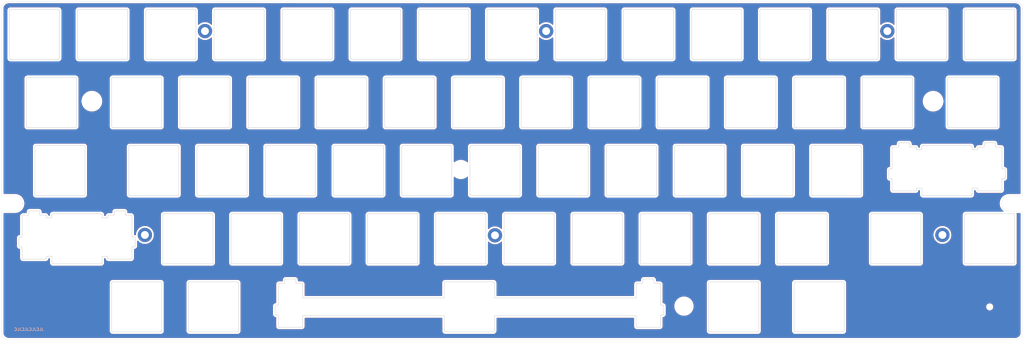
<source format=kicad_pcb>
(kicad_pcb (version 20171130) (host pcbnew "(5.1.9)-1")
  (title_block (title "YUIOP60Pi/Top plate") (date 2021-10-01) (rev 1) (company KaoriYa))
  (layers (0 F.Cu signal) (31 B.Cu signal) (34 B.Paste user) (35 F.Paste user) (36 B.SilkS user) (37 F.SilkS user) (38 B.Mask user) (39 F.Mask user) (44 Edge.Cuts user))
  (net 0 "")
  (module yuiop:TopPlate_Hole_1mm (layer F.Cu) (at 345.851 185.41)
    (fp_text reference Locks)
    (fp_text value "" hide)
    (pad "" np_thru_hole circle (at 0 0) (size 1 1) (drill 1) (layers *.Cu *.Mask))
  )
  (module yuiop:TopPlate_Stabilizer_2u (layer F.Cu) (at 91.0562 166.36)
    (fp_text reference KSW43 hide)
    (fp_text value "")
    (fp_arc (start 6.7 6.7) (end 6.7 7) (angle -90) (layer Edge.Cuts) (width 0.12))
    (fp_arc (start -6.7 6.7) (end -7 6.7) (angle -90) (layer Edge.Cuts) (width 0.12))
    (fp_arc (start -7.1 5) (end -7 5) (angle -90) (layer Edge.Cuts) (width 0.12))
    (fp_arc (start -8.4 5) (end -8.4 4.9) (angle -90) (layer Edge.Cuts) (width 0.12))
    (fp_arc (start -8.8 5.4) (end -8.8 5.7) (angle -90) (layer Edge.Cuts) (width 0.12))
    (fp_arc (start -15.05 5.4) (end -15.35 5.4) (angle -90) (layer Edge.Cuts) (width 0.12))
    (fp_arc (start -15.95 2) (end -16.25 2) (angle -90) (layer Edge.Cuts) (width 0.12))
    (fp_arc (start -15.45 2.4) (end -15.35 2.4) (angle -90) (layer Edge.Cuts) (width 0.12))
    (fp_arc (start -15.95 -0.2) (end -15.95 -0.5) (angle -90) (layer Edge.Cuts) (width 0.12))
    (fp_arc (start -15.45 -0.6) (end -15.45 -0.5) (angle -90) (layer Edge.Cuts) (width 0.12))
    (fp_arc (start -15.05 -6.3) (end -15.05 -6.6) (angle -90) (layer Edge.Cuts) (width 0.12))
    (fp_arc (start -13.6 -6.7) (end -13.6 -6.6) (angle -90) (layer Edge.Cuts) (width 0.12))
    (fp_arc (start -13.2 -7.5) (end -13.2 -7.8) (angle -90) (layer Edge.Cuts) (width 0.12))
    (fp_arc (start -10.7 -7.5) (end -10.4 -7.5) (angle -90) (layer Edge.Cuts) (width 0.12))
    (fp_arc (start -10.3 -6.7) (end -10.4 -6.7) (angle -90) (layer Edge.Cuts) (width 0.12))
    (fp_arc (start -8.8 -6.3) (end -8.5 -6.3) (angle -90) (layer Edge.Cuts) (width 0.12))
    (fp_arc (start -8.4 -5.95) (end -8.5 -5.95) (angle -90) (layer Edge.Cuts) (width 0.12))
    (fp_arc (start -7.15 -5.95) (end -7.15 -5.85) (angle -90) (layer Edge.Cuts) (width 0.12))
    (fp_arc (start -6.75 -6.7) (end -6.75 -7) (angle -90) (layer Edge.Cuts) (width 0.12))
    (fp_arc (start 6.7 -6.7) (end 7 -6.7) (angle -90) (layer Edge.Cuts) (width 0.12))
    (fp_arc (start 8.85 -6.3) (end 8.85 -6.6) (angle -90) (layer Edge.Cuts) (width 0.12))
    (fp_arc (start 7.1 -5.95) (end 7 -5.95) (angle -90) (layer Edge.Cuts) (width 0.12))
    (fp_arc (start 8.45 -5.95) (end 8.45 -5.85) (angle -90) (layer Edge.Cuts) (width 0.12))
    (fp_arc (start 10.3 -6.7) (end 10.3 -6.6) (angle -90) (layer Edge.Cuts) (width 0.12))
    (fp_arc (start 10.7 -7.5) (end 10.7 -7.8) (angle -90) (layer Edge.Cuts) (width 0.12))
    (fp_arc (start 13.2 -7.5) (end 13.5 -7.5) (angle -90) (layer Edge.Cuts) (width 0.12))
    (fp_arc (start 13.6 -6.7) (end 13.5 -6.7) (angle -90) (layer Edge.Cuts) (width 0.12))
    (fp_arc (start 15.05 -6.3) (end 15.35 -6.3) (angle -90) (layer Edge.Cuts) (width 0.12))
    (fp_arc (start 15.45 -0.6) (end 15.35 -0.6) (angle -90) (layer Edge.Cuts) (width 0.12))
    (fp_arc (start 15.95 -0.2) (end 16.25 -0.2) (angle -90) (layer Edge.Cuts) (width 0.12))
    (fp_arc (start 15.95 2) (end 15.95 2.3) (angle -90) (layer Edge.Cuts) (width 0.12))
    (fp_arc (start 15.45 2.4) (end 15.45 2.3) (angle -90) (layer Edge.Cuts) (width 0.12))
    (fp_arc (start 15.05 5.4) (end 15.05 5.7) (angle -90) (layer Edge.Cuts) (width 0.12))
    (fp_arc (start 8.8 5.4) (end 8.5 5.4) (angle -90) (layer Edge.Cuts) (width 0.12))
    (fp_arc (start 8.4 5) (end 8.5 5) (angle -90) (layer Edge.Cuts) (width 0.12))
    (fp_arc (start 7.1 5) (end 7.1 4.9) (angle -90) (layer Edge.Cuts) (width 0.12))
    (fp_line (start 7 5) (end 7 6.7) (layer Edge.Cuts) (width 0.12))
    (fp_line (start 8.4 4.9) (end 7.1 4.9) (layer Edge.Cuts) (width 0.12))
    (fp_line (start 8.5 5.4) (end 8.5 5) (layer Edge.Cuts) (width 0.12))
    (fp_line (start 15.05 5.7) (end 8.8 5.7) (layer Edge.Cuts) (width 0.12))
    (fp_line (start 15.35 2.4) (end 15.35 5.4) (layer Edge.Cuts) (width 0.12))
    (fp_line (start 15.95 2.3) (end 15.45 2.3) (layer Edge.Cuts) (width 0.12))
    (fp_line (start 16.25 -0.2) (end 16.25 2) (layer Edge.Cuts) (width 0.12))
    (fp_line (start 15.45 -0.5) (end 15.95 -0.5) (layer Edge.Cuts) (width 0.12))
    (fp_line (start 15.35 -6.3) (end 15.35 -0.6) (layer Edge.Cuts) (width 0.12))
    (fp_line (start 13.6 -6.6) (end 15.05 -6.6) (layer Edge.Cuts) (width 0.12))
    (fp_line (start 13.5 -7.5) (end 13.5 -6.7) (layer Edge.Cuts) (width 0.12))
    (fp_line (start 10.7 -7.8) (end 13.2 -7.8) (layer Edge.Cuts) (width 0.12))
    (fp_line (start 10.4 -6.7) (end 10.4 -7.5) (layer Edge.Cuts) (width 0.12))
    (fp_line (start 8.85 -6.6) (end 10.3 -6.6) (layer Edge.Cuts) (width 0.12))
    (fp_line (start 6.7 7) (end -6.7 7) (layer Edge.Cuts) (width 0.12))
    (fp_line (start -7 6.7) (end -7 5) (layer Edge.Cuts) (width 0.12))
    (fp_line (start -7.1 4.9) (end -8.4 4.9) (layer Edge.Cuts) (width 0.12))
    (fp_line (start -8.5 5) (end -8.5 5.4) (layer Edge.Cuts) (width 0.12))
    (fp_line (start -8.8 5.7) (end -15.05 5.7) (layer Edge.Cuts) (width 0.12))
    (fp_line (start -15.35 5.4) (end -15.35 2.4) (layer Edge.Cuts) (width 0.12))
    (fp_line (start -15.45 2.3) (end -15.95 2.3) (layer Edge.Cuts) (width 0.12))
    (fp_line (start -16.25 2) (end -16.25 -0.2) (layer Edge.Cuts) (width 0.12))
    (fp_line (start -15.95 -0.5) (end -15.45 -0.5) (layer Edge.Cuts) (width 0.12))
    (fp_line (start -15.35 -0.6) (end -15.35 -6.3) (layer Edge.Cuts) (width 0.12))
    (fp_line (start -15.05 -6.6) (end -13.6 -6.6) (layer Edge.Cuts) (width 0.12))
    (fp_line (start -13.5 -6.7) (end -13.5 -7.5) (layer Edge.Cuts) (width 0.12))
    (fp_line (start -13.2 -7.8) (end -10.7 -7.8) (layer Edge.Cuts) (width 0.12))
    (fp_line (start -10.4 -7.5) (end -10.4 -6.7) (layer Edge.Cuts) (width 0.12))
    (fp_line (start -10.3 -6.6) (end -8.8 -6.6) (layer Edge.Cuts) (width 0.12))
    (fp_line (start -8.5 -6.3) (end -8.5 -5.95) (layer Edge.Cuts) (width 0.12))
    (fp_line (start -8.4 -5.85) (end -7.15 -5.85) (layer Edge.Cuts) (width 0.12))
    (fp_line (start -7.05 -5.95) (end -7.05 -6.7) (layer Edge.Cuts) (width 0.12))
    (fp_line (start -6.75 -7) (end 6.7 -7) (layer Edge.Cuts) (width 0.12))
    (fp_line (start 7 -6.7) (end 7 -5.95) (layer Edge.Cuts) (width 0.12))
    (fp_line (start 7.1 -5.85) (end 8.45 -5.85) (layer Edge.Cuts) (width 0.12))
    (fp_line (start 8.55 -5.95) (end 8.55 -6.3) (layer Edge.Cuts) (width 0.12))
  )
  (module yuiop:TopPlate_Stabilizer_2u (layer F.Cu) (at 333.944 147.31)
    (fp_text reference KSW42 hide)
    (fp_text value "")
    (fp_arc (start 6.7 6.7) (end 6.7 7) (angle -90) (layer Edge.Cuts) (width 0.12))
    (fp_arc (start -6.7 6.7) (end -7 6.7) (angle -90) (layer Edge.Cuts) (width 0.12))
    (fp_arc (start -7.1 5) (end -7 5) (angle -90) (layer Edge.Cuts) (width 0.12))
    (fp_arc (start -8.4 5) (end -8.4 4.9) (angle -90) (layer Edge.Cuts) (width 0.12))
    (fp_arc (start -8.8 5.4) (end -8.8 5.7) (angle -90) (layer Edge.Cuts) (width 0.12))
    (fp_arc (start -15.05 5.4) (end -15.35 5.4) (angle -90) (layer Edge.Cuts) (width 0.12))
    (fp_arc (start -15.95 2) (end -16.25 2) (angle -90) (layer Edge.Cuts) (width 0.12))
    (fp_arc (start -15.45 2.4) (end -15.35 2.4) (angle -90) (layer Edge.Cuts) (width 0.12))
    (fp_arc (start -15.95 -0.2) (end -15.95 -0.5) (angle -90) (layer Edge.Cuts) (width 0.12))
    (fp_arc (start -15.45 -0.6) (end -15.45 -0.5) (angle -90) (layer Edge.Cuts) (width 0.12))
    (fp_arc (start -15.05 -6.3) (end -15.05 -6.6) (angle -90) (layer Edge.Cuts) (width 0.12))
    (fp_arc (start -13.6 -6.7) (end -13.6 -6.6) (angle -90) (layer Edge.Cuts) (width 0.12))
    (fp_arc (start -13.2 -7.5) (end -13.2 -7.8) (angle -90) (layer Edge.Cuts) (width 0.12))
    (fp_arc (start -10.7 -7.5) (end -10.4 -7.5) (angle -90) (layer Edge.Cuts) (width 0.12))
    (fp_arc (start -10.3 -6.7) (end -10.4 -6.7) (angle -90) (layer Edge.Cuts) (width 0.12))
    (fp_arc (start -8.8 -6.3) (end -8.5 -6.3) (angle -90) (layer Edge.Cuts) (width 0.12))
    (fp_arc (start -8.4 -5.95) (end -8.5 -5.95) (angle -90) (layer Edge.Cuts) (width 0.12))
    (fp_arc (start -7.15 -5.95) (end -7.15 -5.85) (angle -90) (layer Edge.Cuts) (width 0.12))
    (fp_arc (start -6.75 -6.7) (end -6.75 -7) (angle -90) (layer Edge.Cuts) (width 0.12))
    (fp_arc (start 6.7 -6.7) (end 7 -6.7) (angle -90) (layer Edge.Cuts) (width 0.12))
    (fp_arc (start 8.85 -6.3) (end 8.85 -6.6) (angle -90) (layer Edge.Cuts) (width 0.12))
    (fp_arc (start 7.1 -5.95) (end 7 -5.95) (angle -90) (layer Edge.Cuts) (width 0.12))
    (fp_arc (start 8.45 -5.95) (end 8.45 -5.85) (angle -90) (layer Edge.Cuts) (width 0.12))
    (fp_arc (start 10.3 -6.7) (end 10.3 -6.6) (angle -90) (layer Edge.Cuts) (width 0.12))
    (fp_arc (start 10.7 -7.5) (end 10.7 -7.8) (angle -90) (layer Edge.Cuts) (width 0.12))
    (fp_arc (start 13.2 -7.5) (end 13.5 -7.5) (angle -90) (layer Edge.Cuts) (width 0.12))
    (fp_arc (start 13.6 -6.7) (end 13.5 -6.7) (angle -90) (layer Edge.Cuts) (width 0.12))
    (fp_arc (start 15.05 -6.3) (end 15.35 -6.3) (angle -90) (layer Edge.Cuts) (width 0.12))
    (fp_arc (start 15.45 -0.6) (end 15.35 -0.6) (angle -90) (layer Edge.Cuts) (width 0.12))
    (fp_arc (start 15.95 -0.2) (end 16.25 -0.2) (angle -90) (layer Edge.Cuts) (width 0.12))
    (fp_arc (start 15.95 2) (end 15.95 2.3) (angle -90) (layer Edge.Cuts) (width 0.12))
    (fp_arc (start 15.45 2.4) (end 15.45 2.3) (angle -90) (layer Edge.Cuts) (width 0.12))
    (fp_arc (start 15.05 5.4) (end 15.05 5.7) (angle -90) (layer Edge.Cuts) (width 0.12))
    (fp_arc (start 8.8 5.4) (end 8.5 5.4) (angle -90) (layer Edge.Cuts) (width 0.12))
    (fp_arc (start 8.4 5) (end 8.5 5) (angle -90) (layer Edge.Cuts) (width 0.12))
    (fp_arc (start 7.1 5) (end 7.1 4.9) (angle -90) (layer Edge.Cuts) (width 0.12))
    (fp_line (start 7 5) (end 7 6.7) (layer Edge.Cuts) (width 0.12))
    (fp_line (start 8.4 4.9) (end 7.1 4.9) (layer Edge.Cuts) (width 0.12))
    (fp_line (start 8.5 5.4) (end 8.5 5) (layer Edge.Cuts) (width 0.12))
    (fp_line (start 15.05 5.7) (end 8.8 5.7) (layer Edge.Cuts) (width 0.12))
    (fp_line (start 15.35 2.4) (end 15.35 5.4) (layer Edge.Cuts) (width 0.12))
    (fp_line (start 15.95 2.3) (end 15.45 2.3) (layer Edge.Cuts) (width 0.12))
    (fp_line (start 16.25 -0.2) (end 16.25 2) (layer Edge.Cuts) (width 0.12))
    (fp_line (start 15.45 -0.5) (end 15.95 -0.5) (layer Edge.Cuts) (width 0.12))
    (fp_line (start 15.35 -6.3) (end 15.35 -0.6) (layer Edge.Cuts) (width 0.12))
    (fp_line (start 13.6 -6.6) (end 15.05 -6.6) (layer Edge.Cuts) (width 0.12))
    (fp_line (start 13.5 -7.5) (end 13.5 -6.7) (layer Edge.Cuts) (width 0.12))
    (fp_line (start 10.7 -7.8) (end 13.2 -7.8) (layer Edge.Cuts) (width 0.12))
    (fp_line (start 10.4 -6.7) (end 10.4 -7.5) (layer Edge.Cuts) (width 0.12))
    (fp_line (start 8.85 -6.6) (end 10.3 -6.6) (layer Edge.Cuts) (width 0.12))
    (fp_line (start 6.7 7) (end -6.7 7) (layer Edge.Cuts) (width 0.12))
    (fp_line (start -7 6.7) (end -7 5) (layer Edge.Cuts) (width 0.12))
    (fp_line (start -7.1 4.9) (end -8.4 4.9) (layer Edge.Cuts) (width 0.12))
    (fp_line (start -8.5 5) (end -8.5 5.4) (layer Edge.Cuts) (width 0.12))
    (fp_line (start -8.8 5.7) (end -15.05 5.7) (layer Edge.Cuts) (width 0.12))
    (fp_line (start -15.35 5.4) (end -15.35 2.4) (layer Edge.Cuts) (width 0.12))
    (fp_line (start -15.45 2.3) (end -15.95 2.3) (layer Edge.Cuts) (width 0.12))
    (fp_line (start -16.25 2) (end -16.25 -0.2) (layer Edge.Cuts) (width 0.12))
    (fp_line (start -15.95 -0.5) (end -15.45 -0.5) (layer Edge.Cuts) (width 0.12))
    (fp_line (start -15.35 -0.6) (end -15.35 -6.3) (layer Edge.Cuts) (width 0.12))
    (fp_line (start -15.05 -6.6) (end -13.6 -6.6) (layer Edge.Cuts) (width 0.12))
    (fp_line (start -13.5 -6.7) (end -13.5 -7.5) (layer Edge.Cuts) (width 0.12))
    (fp_line (start -13.2 -7.8) (end -10.7 -7.8) (layer Edge.Cuts) (width 0.12))
    (fp_line (start -10.4 -7.5) (end -10.4 -6.7) (layer Edge.Cuts) (width 0.12))
    (fp_line (start -10.3 -6.6) (end -8.8 -6.6) (layer Edge.Cuts) (width 0.12))
    (fp_line (start -8.5 -6.3) (end -8.5 -5.95) (layer Edge.Cuts) (width 0.12))
    (fp_line (start -8.4 -5.85) (end -7.15 -5.85) (layer Edge.Cuts) (width 0.12))
    (fp_line (start -7.05 -5.95) (end -7.05 -6.7) (layer Edge.Cuts) (width 0.12))
    (fp_line (start -6.75 -7) (end 6.7 -7) (layer Edge.Cuts) (width 0.12))
    (fp_line (start 7 -6.7) (end 7 -5.95) (layer Edge.Cuts) (width 0.12))
    (fp_line (start 7.1 -5.85) (end 8.45 -5.85) (layer Edge.Cuts) (width 0.12))
    (fp_line (start 8.55 -5.95) (end 8.55 -6.3) (layer Edge.Cuts) (width 0.12))
  )
  (module yuiop:TopPlate_Switch_1u (layer F.Cu) (at 79.15 109.21)
    (fp_text reference KSW1 hide)
    (fp_text value "" hide)
    (fp_arc (start 6.7 6.7) (end 6.7 7) (angle -90) (layer Edge.Cuts) (width 0.12))
    (fp_arc (start -6.7 6.7) (end -7 6.7) (angle -90) (layer Edge.Cuts) (width 0.12))
    (fp_arc (start -6.7 -6.7) (end -6.7 -7) (angle -90) (layer Edge.Cuts) (width 0.12))
    (fp_arc (start 6.7 -6.7) (end 7 -6.7) (angle -90) (layer Edge.Cuts) (width 0.12))
    (fp_line (start 6.7 -7) (end -6.7 -7) (layer Edge.Cuts) (width 0.12))
    (fp_line (start 7 6.7) (end 7 -6.7) (layer Edge.Cuts) (width 0.12))
    (fp_line (start -6.7 7) (end 6.7 7) (layer Edge.Cuts) (width 0.12))
    (fp_line (start -7 -6.7) (end -7 6.7) (layer Edge.Cuts) (width 0.12))
  )
  (module yuiop:TopPlate_Switch_1u (layer F.Cu) (at 98.2 109.21)
    (fp_text reference KSW2 hide)
    (fp_text value "" hide)
    (fp_arc (start 6.7 6.7) (end 6.7 7) (angle -90) (layer Edge.Cuts) (width 0.12))
    (fp_arc (start -6.7 6.7) (end -7 6.7) (angle -90) (layer Edge.Cuts) (width 0.12))
    (fp_arc (start -6.7 -6.7) (end -6.7 -7) (angle -90) (layer Edge.Cuts) (width 0.12))
    (fp_arc (start 6.7 -6.7) (end 7 -6.7) (angle -90) (layer Edge.Cuts) (width 0.12))
    (fp_line (start 6.7 -7) (end -6.7 -7) (layer Edge.Cuts) (width 0.12))
    (fp_line (start 7 6.7) (end 7 -6.7) (layer Edge.Cuts) (width 0.12))
    (fp_line (start -6.7 7) (end 6.7 7) (layer Edge.Cuts) (width 0.12))
    (fp_line (start -7 -6.7) (end -7 6.7) (layer Edge.Cuts) (width 0.12))
  )
  (module yuiop:TopPlate_Switch_1u (layer F.Cu) (at 117.25 109.21)
    (fp_text reference KSW3 hide)
    (fp_text value "" hide)
    (fp_arc (start 6.7 6.7) (end 6.7 7) (angle -90) (layer Edge.Cuts) (width 0.12))
    (fp_arc (start -6.7 6.7) (end -7 6.7) (angle -90) (layer Edge.Cuts) (width 0.12))
    (fp_arc (start -6.7 -6.7) (end -6.7 -7) (angle -90) (layer Edge.Cuts) (width 0.12))
    (fp_arc (start 6.7 -6.7) (end 7 -6.7) (angle -90) (layer Edge.Cuts) (width 0.12))
    (fp_line (start 6.7 -7) (end -6.7 -7) (layer Edge.Cuts) (width 0.12))
    (fp_line (start 7 6.7) (end 7 -6.7) (layer Edge.Cuts) (width 0.12))
    (fp_line (start -6.7 7) (end 6.7 7) (layer Edge.Cuts) (width 0.12))
    (fp_line (start -7 -6.7) (end -7 6.7) (layer Edge.Cuts) (width 0.12))
  )
  (module yuiop:TopPlate_Switch_1u (layer F.Cu) (at 136.3 109.21)
    (fp_text reference KSW4 hide)
    (fp_text value "" hide)
    (fp_arc (start 6.7 6.7) (end 6.7 7) (angle -90) (layer Edge.Cuts) (width 0.12))
    (fp_arc (start -6.7 6.7) (end -7 6.7) (angle -90) (layer Edge.Cuts) (width 0.12))
    (fp_arc (start -6.7 -6.7) (end -6.7 -7) (angle -90) (layer Edge.Cuts) (width 0.12))
    (fp_arc (start 6.7 -6.7) (end 7 -6.7) (angle -90) (layer Edge.Cuts) (width 0.12))
    (fp_line (start 6.7 -7) (end -6.7 -7) (layer Edge.Cuts) (width 0.12))
    (fp_line (start 7 6.7) (end 7 -6.7) (layer Edge.Cuts) (width 0.12))
    (fp_line (start -6.7 7) (end 6.7 7) (layer Edge.Cuts) (width 0.12))
    (fp_line (start -7 -6.7) (end -7 6.7) (layer Edge.Cuts) (width 0.12))
  )
  (module yuiop:TopPlate_Switch_1u (layer F.Cu) (at 155.35 109.21)
    (fp_text reference KSW5 hide)
    (fp_text value "" hide)
    (fp_arc (start 6.7 6.7) (end 6.7 7) (angle -90) (layer Edge.Cuts) (width 0.12))
    (fp_arc (start -6.7 6.7) (end -7 6.7) (angle -90) (layer Edge.Cuts) (width 0.12))
    (fp_arc (start -6.7 -6.7) (end -6.7 -7) (angle -90) (layer Edge.Cuts) (width 0.12))
    (fp_arc (start 6.7 -6.7) (end 7 -6.7) (angle -90) (layer Edge.Cuts) (width 0.12))
    (fp_line (start 6.7 -7) (end -6.7 -7) (layer Edge.Cuts) (width 0.12))
    (fp_line (start 7 6.7) (end 7 -6.7) (layer Edge.Cuts) (width 0.12))
    (fp_line (start -6.7 7) (end 6.7 7) (layer Edge.Cuts) (width 0.12))
    (fp_line (start -7 -6.7) (end -7 6.7) (layer Edge.Cuts) (width 0.12))
  )
  (module yuiop:TopPlate_Switch_1u (layer F.Cu) (at 174.4 109.21)
    (fp_text reference KSW6 hide)
    (fp_text value "" hide)
    (fp_arc (start 6.7 6.7) (end 6.7 7) (angle -90) (layer Edge.Cuts) (width 0.12))
    (fp_arc (start -6.7 6.7) (end -7 6.7) (angle -90) (layer Edge.Cuts) (width 0.12))
    (fp_arc (start -6.7 -6.7) (end -6.7 -7) (angle -90) (layer Edge.Cuts) (width 0.12))
    (fp_arc (start 6.7 -6.7) (end 7 -6.7) (angle -90) (layer Edge.Cuts) (width 0.12))
    (fp_line (start 6.7 -7) (end -6.7 -7) (layer Edge.Cuts) (width 0.12))
    (fp_line (start 7 6.7) (end 7 -6.7) (layer Edge.Cuts) (width 0.12))
    (fp_line (start -6.7 7) (end 6.7 7) (layer Edge.Cuts) (width 0.12))
    (fp_line (start -7 -6.7) (end -7 6.7) (layer Edge.Cuts) (width 0.12))
  )
  (module yuiop:TopPlate_Switch_1u (layer F.Cu) (at 193.45 109.21)
    (fp_text reference KSW7 hide)
    (fp_text value "" hide)
    (fp_arc (start 6.7 6.7) (end 6.7 7) (angle -90) (layer Edge.Cuts) (width 0.12))
    (fp_arc (start -6.7 6.7) (end -7 6.7) (angle -90) (layer Edge.Cuts) (width 0.12))
    (fp_arc (start -6.7 -6.7) (end -6.7 -7) (angle -90) (layer Edge.Cuts) (width 0.12))
    (fp_arc (start 6.7 -6.7) (end 7 -6.7) (angle -90) (layer Edge.Cuts) (width 0.12))
    (fp_line (start 6.7 -7) (end -6.7 -7) (layer Edge.Cuts) (width 0.12))
    (fp_line (start 7 6.7) (end 7 -6.7) (layer Edge.Cuts) (width 0.12))
    (fp_line (start -6.7 7) (end 6.7 7) (layer Edge.Cuts) (width 0.12))
    (fp_line (start -7 -6.7) (end -7 6.7) (layer Edge.Cuts) (width 0.12))
  )
  (module yuiop:TopPlate_Switch_1u (layer F.Cu) (at 212.5 109.21)
    (fp_text reference KSW8 hide)
    (fp_text value "" hide)
    (fp_arc (start 6.7 6.7) (end 6.7 7) (angle -90) (layer Edge.Cuts) (width 0.12))
    (fp_arc (start -6.7 6.7) (end -7 6.7) (angle -90) (layer Edge.Cuts) (width 0.12))
    (fp_arc (start -6.7 -6.7) (end -6.7 -7) (angle -90) (layer Edge.Cuts) (width 0.12))
    (fp_arc (start 6.7 -6.7) (end 7 -6.7) (angle -90) (layer Edge.Cuts) (width 0.12))
    (fp_line (start 6.7 -7) (end -6.7 -7) (layer Edge.Cuts) (width 0.12))
    (fp_line (start 7 6.7) (end 7 -6.7) (layer Edge.Cuts) (width 0.12))
    (fp_line (start -6.7 7) (end 6.7 7) (layer Edge.Cuts) (width 0.12))
    (fp_line (start -7 -6.7) (end -7 6.7) (layer Edge.Cuts) (width 0.12))
  )
  (module yuiop:TopPlate_Switch_1u (layer F.Cu) (at 231.55 109.21)
    (fp_text reference KSW9 hide)
    (fp_text value "" hide)
    (fp_arc (start 6.7 6.7) (end 6.7 7) (angle -90) (layer Edge.Cuts) (width 0.12))
    (fp_arc (start -6.7 6.7) (end -7 6.7) (angle -90) (layer Edge.Cuts) (width 0.12))
    (fp_arc (start -6.7 -6.7) (end -6.7 -7) (angle -90) (layer Edge.Cuts) (width 0.12))
    (fp_arc (start 6.7 -6.7) (end 7 -6.7) (angle -90) (layer Edge.Cuts) (width 0.12))
    (fp_line (start 6.7 -7) (end -6.7 -7) (layer Edge.Cuts) (width 0.12))
    (fp_line (start 7 6.7) (end 7 -6.7) (layer Edge.Cuts) (width 0.12))
    (fp_line (start -6.7 7) (end 6.7 7) (layer Edge.Cuts) (width 0.12))
    (fp_line (start -7 -6.7) (end -7 6.7) (layer Edge.Cuts) (width 0.12))
  )
  (module yuiop:TopPlate_Switch_1u (layer F.Cu) (at 250.6 109.21)
    (fp_text reference KSW10 hide)
    (fp_text value "" hide)
    (fp_arc (start 6.7 6.7) (end 6.7 7) (angle -90) (layer Edge.Cuts) (width 0.12))
    (fp_arc (start -6.7 6.7) (end -7 6.7) (angle -90) (layer Edge.Cuts) (width 0.12))
    (fp_arc (start -6.7 -6.7) (end -6.7 -7) (angle -90) (layer Edge.Cuts) (width 0.12))
    (fp_arc (start 6.7 -6.7) (end 7 -6.7) (angle -90) (layer Edge.Cuts) (width 0.12))
    (fp_line (start 6.7 -7) (end -6.7 -7) (layer Edge.Cuts) (width 0.12))
    (fp_line (start 7 6.7) (end 7 -6.7) (layer Edge.Cuts) (width 0.12))
    (fp_line (start -6.7 7) (end 6.7 7) (layer Edge.Cuts) (width 0.12))
    (fp_line (start -7 -6.7) (end -7 6.7) (layer Edge.Cuts) (width 0.12))
  )
  (module yuiop:TopPlate_Switch_1u (layer F.Cu) (at 269.65 109.21)
    (fp_text reference KSW11 hide)
    (fp_text value "" hide)
    (fp_arc (start 6.7 6.7) (end 6.7 7) (angle -90) (layer Edge.Cuts) (width 0.12))
    (fp_arc (start -6.7 6.7) (end -7 6.7) (angle -90) (layer Edge.Cuts) (width 0.12))
    (fp_arc (start -6.7 -6.7) (end -6.7 -7) (angle -90) (layer Edge.Cuts) (width 0.12))
    (fp_arc (start 6.7 -6.7) (end 7 -6.7) (angle -90) (layer Edge.Cuts) (width 0.12))
    (fp_line (start 6.7 -7) (end -6.7 -7) (layer Edge.Cuts) (width 0.12))
    (fp_line (start 7 6.7) (end 7 -6.7) (layer Edge.Cuts) (width 0.12))
    (fp_line (start -6.7 7) (end 6.7 7) (layer Edge.Cuts) (width 0.12))
    (fp_line (start -7 -6.7) (end -7 6.7) (layer Edge.Cuts) (width 0.12))
  )
  (module yuiop:TopPlate_Switch_1u (layer F.Cu) (at 288.7 109.21)
    (fp_text reference KSW12 hide)
    (fp_text value "" hide)
    (fp_arc (start 6.7 6.7) (end 6.7 7) (angle -90) (layer Edge.Cuts) (width 0.12))
    (fp_arc (start -6.7 6.7) (end -7 6.7) (angle -90) (layer Edge.Cuts) (width 0.12))
    (fp_arc (start -6.7 -6.7) (end -6.7 -7) (angle -90) (layer Edge.Cuts) (width 0.12))
    (fp_arc (start 6.7 -6.7) (end 7 -6.7) (angle -90) (layer Edge.Cuts) (width 0.12))
    (fp_line (start 6.7 -7) (end -6.7 -7) (layer Edge.Cuts) (width 0.12))
    (fp_line (start 7 6.7) (end 7 -6.7) (layer Edge.Cuts) (width 0.12))
    (fp_line (start -6.7 7) (end 6.7 7) (layer Edge.Cuts) (width 0.12))
    (fp_line (start -7 -6.7) (end -7 6.7) (layer Edge.Cuts) (width 0.12))
  )
  (module yuiop:TopPlate_Switch_1u (layer F.Cu) (at 307.75 109.21)
    (fp_text reference KSW13 hide)
    (fp_text value "" hide)
    (fp_arc (start 6.7 6.7) (end 6.7 7) (angle -90) (layer Edge.Cuts) (width 0.12))
    (fp_arc (start -6.7 6.7) (end -7 6.7) (angle -90) (layer Edge.Cuts) (width 0.12))
    (fp_arc (start -6.7 -6.7) (end -6.7 -7) (angle -90) (layer Edge.Cuts) (width 0.12))
    (fp_arc (start 6.7 -6.7) (end 7 -6.7) (angle -90) (layer Edge.Cuts) (width 0.12))
    (fp_line (start 6.7 -7) (end -6.7 -7) (layer Edge.Cuts) (width 0.12))
    (fp_line (start 7 6.7) (end 7 -6.7) (layer Edge.Cuts) (width 0.12))
    (fp_line (start -6.7 7) (end 6.7 7) (layer Edge.Cuts) (width 0.12))
    (fp_line (start -7 -6.7) (end -7 6.7) (layer Edge.Cuts) (width 0.12))
  )
  (module yuiop:TopPlate_Switch_1u (layer F.Cu) (at 345.85 109.21)
    (fp_text reference KSW15 hide)
    (fp_text value "" hide)
    (fp_arc (start 6.7 6.7) (end 6.7 7) (angle -90) (layer Edge.Cuts) (width 0.12))
    (fp_arc (start -6.7 6.7) (end -7 6.7) (angle -90) (layer Edge.Cuts) (width 0.12))
    (fp_arc (start -6.7 -6.7) (end -6.7 -7) (angle -90) (layer Edge.Cuts) (width 0.12))
    (fp_arc (start 6.7 -6.7) (end 7 -6.7) (angle -90) (layer Edge.Cuts) (width 0.12))
    (fp_line (start 6.7 -7) (end -6.7 -7) (layer Edge.Cuts) (width 0.12))
    (fp_line (start 7 6.7) (end 7 -6.7) (layer Edge.Cuts) (width 0.12))
    (fp_line (start -6.7 7) (end 6.7 7) (layer Edge.Cuts) (width 0.12))
    (fp_line (start -7 -6.7) (end -7 6.7) (layer Edge.Cuts) (width 0.12))
  )
  (module yuiop:TopPlate_Switch_1u (layer F.Cu) (at 83.9125 128.26)
    (fp_text reference KSW16 hide)
    (fp_text value "" hide)
    (fp_arc (start 6.7 6.7) (end 6.7 7) (angle -90) (layer Edge.Cuts) (width 0.12))
    (fp_arc (start -6.7 6.7) (end -7 6.7) (angle -90) (layer Edge.Cuts) (width 0.12))
    (fp_arc (start -6.7 -6.7) (end -6.7 -7) (angle -90) (layer Edge.Cuts) (width 0.12))
    (fp_arc (start 6.7 -6.7) (end 7 -6.7) (angle -90) (layer Edge.Cuts) (width 0.12))
    (fp_line (start 6.7 -7) (end -6.7 -7) (layer Edge.Cuts) (width 0.12))
    (fp_line (start 7 6.7) (end 7 -6.7) (layer Edge.Cuts) (width 0.12))
    (fp_line (start -6.7 7) (end 6.7 7) (layer Edge.Cuts) (width 0.12))
    (fp_line (start -7 -6.7) (end -7 6.7) (layer Edge.Cuts) (width 0.12))
  )
  (module yuiop:TopPlate_Switch_1u (layer F.Cu) (at 107.725 128.26)
    (fp_text reference KSW17 hide)
    (fp_text value "" hide)
    (fp_arc (start 6.7 6.7) (end 6.7 7) (angle -90) (layer Edge.Cuts) (width 0.12))
    (fp_arc (start -6.7 6.7) (end -7 6.7) (angle -90) (layer Edge.Cuts) (width 0.12))
    (fp_arc (start -6.7 -6.7) (end -6.7 -7) (angle -90) (layer Edge.Cuts) (width 0.12))
    (fp_arc (start 6.7 -6.7) (end 7 -6.7) (angle -90) (layer Edge.Cuts) (width 0.12))
    (fp_line (start 6.7 -7) (end -6.7 -7) (layer Edge.Cuts) (width 0.12))
    (fp_line (start 7 6.7) (end 7 -6.7) (layer Edge.Cuts) (width 0.12))
    (fp_line (start -6.7 7) (end 6.7 7) (layer Edge.Cuts) (width 0.12))
    (fp_line (start -7 -6.7) (end -7 6.7) (layer Edge.Cuts) (width 0.12))
  )
  (module yuiop:TopPlate_Switch_1u (layer F.Cu) (at 126.775 128.26)
    (fp_text reference KSW18 hide)
    (fp_text value "" hide)
    (fp_arc (start 6.7 6.7) (end 6.7 7) (angle -90) (layer Edge.Cuts) (width 0.12))
    (fp_arc (start -6.7 6.7) (end -7 6.7) (angle -90) (layer Edge.Cuts) (width 0.12))
    (fp_arc (start -6.7 -6.7) (end -6.7 -7) (angle -90) (layer Edge.Cuts) (width 0.12))
    (fp_arc (start 6.7 -6.7) (end 7 -6.7) (angle -90) (layer Edge.Cuts) (width 0.12))
    (fp_line (start 6.7 -7) (end -6.7 -7) (layer Edge.Cuts) (width 0.12))
    (fp_line (start 7 6.7) (end 7 -6.7) (layer Edge.Cuts) (width 0.12))
    (fp_line (start -6.7 7) (end 6.7 7) (layer Edge.Cuts) (width 0.12))
    (fp_line (start -7 -6.7) (end -7 6.7) (layer Edge.Cuts) (width 0.12))
  )
  (module yuiop:TopPlate_Switch_1u (layer F.Cu) (at 145.825 128.26)
    (fp_text reference KSW19 hide)
    (fp_text value "" hide)
    (fp_arc (start 6.7 6.7) (end 6.7 7) (angle -90) (layer Edge.Cuts) (width 0.12))
    (fp_arc (start -6.7 6.7) (end -7 6.7) (angle -90) (layer Edge.Cuts) (width 0.12))
    (fp_arc (start -6.7 -6.7) (end -6.7 -7) (angle -90) (layer Edge.Cuts) (width 0.12))
    (fp_arc (start 6.7 -6.7) (end 7 -6.7) (angle -90) (layer Edge.Cuts) (width 0.12))
    (fp_line (start 6.7 -7) (end -6.7 -7) (layer Edge.Cuts) (width 0.12))
    (fp_line (start 7 6.7) (end 7 -6.7) (layer Edge.Cuts) (width 0.12))
    (fp_line (start -6.7 7) (end 6.7 7) (layer Edge.Cuts) (width 0.12))
    (fp_line (start -7 -6.7) (end -7 6.7) (layer Edge.Cuts) (width 0.12))
  )
  (module yuiop:TopPlate_Switch_1u (layer F.Cu) (at 164.875 128.26)
    (fp_text reference KSW20 hide)
    (fp_text value "" hide)
    (fp_arc (start 6.7 6.7) (end 6.7 7) (angle -90) (layer Edge.Cuts) (width 0.12))
    (fp_arc (start -6.7 6.7) (end -7 6.7) (angle -90) (layer Edge.Cuts) (width 0.12))
    (fp_arc (start -6.7 -6.7) (end -6.7 -7) (angle -90) (layer Edge.Cuts) (width 0.12))
    (fp_arc (start 6.7 -6.7) (end 7 -6.7) (angle -90) (layer Edge.Cuts) (width 0.12))
    (fp_line (start 6.7 -7) (end -6.7 -7) (layer Edge.Cuts) (width 0.12))
    (fp_line (start 7 6.7) (end 7 -6.7) (layer Edge.Cuts) (width 0.12))
    (fp_line (start -6.7 7) (end 6.7 7) (layer Edge.Cuts) (width 0.12))
    (fp_line (start -7 -6.7) (end -7 6.7) (layer Edge.Cuts) (width 0.12))
  )
  (module yuiop:TopPlate_Switch_1u (layer F.Cu) (at 183.925 128.26)
    (fp_text reference KSW21 hide)
    (fp_text value "" hide)
    (fp_arc (start 6.7 6.7) (end 6.7 7) (angle -90) (layer Edge.Cuts) (width 0.12))
    (fp_arc (start -6.7 6.7) (end -7 6.7) (angle -90) (layer Edge.Cuts) (width 0.12))
    (fp_arc (start -6.7 -6.7) (end -6.7 -7) (angle -90) (layer Edge.Cuts) (width 0.12))
    (fp_arc (start 6.7 -6.7) (end 7 -6.7) (angle -90) (layer Edge.Cuts) (width 0.12))
    (fp_line (start 6.7 -7) (end -6.7 -7) (layer Edge.Cuts) (width 0.12))
    (fp_line (start 7 6.7) (end 7 -6.7) (layer Edge.Cuts) (width 0.12))
    (fp_line (start -6.7 7) (end 6.7 7) (layer Edge.Cuts) (width 0.12))
    (fp_line (start -7 -6.7) (end -7 6.7) (layer Edge.Cuts) (width 0.12))
  )
  (module yuiop:TopPlate_Switch_1u (layer F.Cu) (at 202.975 128.26)
    (fp_text reference KSW22 hide)
    (fp_text value "" hide)
    (fp_arc (start 6.7 6.7) (end 6.7 7) (angle -90) (layer Edge.Cuts) (width 0.12))
    (fp_arc (start -6.7 6.7) (end -7 6.7) (angle -90) (layer Edge.Cuts) (width 0.12))
    (fp_arc (start -6.7 -6.7) (end -6.7 -7) (angle -90) (layer Edge.Cuts) (width 0.12))
    (fp_arc (start 6.7 -6.7) (end 7 -6.7) (angle -90) (layer Edge.Cuts) (width 0.12))
    (fp_line (start 6.7 -7) (end -6.7 -7) (layer Edge.Cuts) (width 0.12))
    (fp_line (start 7 6.7) (end 7 -6.7) (layer Edge.Cuts) (width 0.12))
    (fp_line (start -6.7 7) (end 6.7 7) (layer Edge.Cuts) (width 0.12))
    (fp_line (start -7 -6.7) (end -7 6.7) (layer Edge.Cuts) (width 0.12))
  )
  (module yuiop:TopPlate_Switch_1u (layer F.Cu) (at 222.025 128.26)
    (fp_text reference KSW23 hide)
    (fp_text value "" hide)
    (fp_arc (start 6.7 6.7) (end 6.7 7) (angle -90) (layer Edge.Cuts) (width 0.12))
    (fp_arc (start -6.7 6.7) (end -7 6.7) (angle -90) (layer Edge.Cuts) (width 0.12))
    (fp_arc (start -6.7 -6.7) (end -6.7 -7) (angle -90) (layer Edge.Cuts) (width 0.12))
    (fp_arc (start 6.7 -6.7) (end 7 -6.7) (angle -90) (layer Edge.Cuts) (width 0.12))
    (fp_line (start 6.7 -7) (end -6.7 -7) (layer Edge.Cuts) (width 0.12))
    (fp_line (start 7 6.7) (end 7 -6.7) (layer Edge.Cuts) (width 0.12))
    (fp_line (start -6.7 7) (end 6.7 7) (layer Edge.Cuts) (width 0.12))
    (fp_line (start -7 -6.7) (end -7 6.7) (layer Edge.Cuts) (width 0.12))
  )
  (module yuiop:TopPlate_Switch_1u (layer F.Cu) (at 241.075 128.26)
    (fp_text reference KSW24 hide)
    (fp_text value "" hide)
    (fp_arc (start 6.7 6.7) (end 6.7 7) (angle -90) (layer Edge.Cuts) (width 0.12))
    (fp_arc (start -6.7 6.7) (end -7 6.7) (angle -90) (layer Edge.Cuts) (width 0.12))
    (fp_arc (start -6.7 -6.7) (end -6.7 -7) (angle -90) (layer Edge.Cuts) (width 0.12))
    (fp_arc (start 6.7 -6.7) (end 7 -6.7) (angle -90) (layer Edge.Cuts) (width 0.12))
    (fp_line (start 6.7 -7) (end -6.7 -7) (layer Edge.Cuts) (width 0.12))
    (fp_line (start 7 6.7) (end 7 -6.7) (layer Edge.Cuts) (width 0.12))
    (fp_line (start -6.7 7) (end 6.7 7) (layer Edge.Cuts) (width 0.12))
    (fp_line (start -7 -6.7) (end -7 6.7) (layer Edge.Cuts) (width 0.12))
  )
  (module yuiop:TopPlate_Switch_1u (layer F.Cu) (at 260.125 128.26)
    (fp_text reference KSW25 hide)
    (fp_text value "" hide)
    (fp_arc (start 6.7 6.7) (end 6.7 7) (angle -90) (layer Edge.Cuts) (width 0.12))
    (fp_arc (start -6.7 6.7) (end -7 6.7) (angle -90) (layer Edge.Cuts) (width 0.12))
    (fp_arc (start -6.7 -6.7) (end -6.7 -7) (angle -90) (layer Edge.Cuts) (width 0.12))
    (fp_arc (start 6.7 -6.7) (end 7 -6.7) (angle -90) (layer Edge.Cuts) (width 0.12))
    (fp_line (start 6.7 -7) (end -6.7 -7) (layer Edge.Cuts) (width 0.12))
    (fp_line (start 7 6.7) (end 7 -6.7) (layer Edge.Cuts) (width 0.12))
    (fp_line (start -6.7 7) (end 6.7 7) (layer Edge.Cuts) (width 0.12))
    (fp_line (start -7 -6.7) (end -7 6.7) (layer Edge.Cuts) (width 0.12))
  )
  (module yuiop:TopPlate_Switch_1u (layer F.Cu) (at 279.175 128.26)
    (fp_text reference KSW26 hide)
    (fp_text value "" hide)
    (fp_arc (start 6.7 6.7) (end 6.7 7) (angle -90) (layer Edge.Cuts) (width 0.12))
    (fp_arc (start -6.7 6.7) (end -7 6.7) (angle -90) (layer Edge.Cuts) (width 0.12))
    (fp_arc (start -6.7 -6.7) (end -6.7 -7) (angle -90) (layer Edge.Cuts) (width 0.12))
    (fp_arc (start 6.7 -6.7) (end 7 -6.7) (angle -90) (layer Edge.Cuts) (width 0.12))
    (fp_line (start 6.7 -7) (end -6.7 -7) (layer Edge.Cuts) (width 0.12))
    (fp_line (start 7 6.7) (end 7 -6.7) (layer Edge.Cuts) (width 0.12))
    (fp_line (start -6.7 7) (end 6.7 7) (layer Edge.Cuts) (width 0.12))
    (fp_line (start -7 -6.7) (end -7 6.7) (layer Edge.Cuts) (width 0.12))
  )
  (module yuiop:TopPlate_Switch_1u (layer F.Cu) (at 298.225 128.26)
    (fp_text reference KSW27 hide)
    (fp_text value "" hide)
    (fp_arc (start 6.7 6.7) (end 6.7 7) (angle -90) (layer Edge.Cuts) (width 0.12))
    (fp_arc (start -6.7 6.7) (end -7 6.7) (angle -90) (layer Edge.Cuts) (width 0.12))
    (fp_arc (start -6.7 -6.7) (end -6.7 -7) (angle -90) (layer Edge.Cuts) (width 0.12))
    (fp_arc (start 6.7 -6.7) (end 7 -6.7) (angle -90) (layer Edge.Cuts) (width 0.12))
    (fp_line (start 6.7 -7) (end -6.7 -7) (layer Edge.Cuts) (width 0.12))
    (fp_line (start 7 6.7) (end 7 -6.7) (layer Edge.Cuts) (width 0.12))
    (fp_line (start -6.7 7) (end 6.7 7) (layer Edge.Cuts) (width 0.12))
    (fp_line (start -7 -6.7) (end -7 6.7) (layer Edge.Cuts) (width 0.12))
  )
  (module yuiop:TopPlate_Switch_1u (layer F.Cu) (at 317.275 128.26)
    (fp_text reference KSW28 hide)
    (fp_text value "" hide)
    (fp_arc (start 6.7 6.7) (end 6.7 7) (angle -90) (layer Edge.Cuts) (width 0.12))
    (fp_arc (start -6.7 6.7) (end -7 6.7) (angle -90) (layer Edge.Cuts) (width 0.12))
    (fp_arc (start -6.7 -6.7) (end -6.7 -7) (angle -90) (layer Edge.Cuts) (width 0.12))
    (fp_arc (start 6.7 -6.7) (end 7 -6.7) (angle -90) (layer Edge.Cuts) (width 0.12))
    (fp_line (start 6.7 -7) (end -6.7 -7) (layer Edge.Cuts) (width 0.12))
    (fp_line (start 7 6.7) (end 7 -6.7) (layer Edge.Cuts) (width 0.12))
    (fp_line (start -6.7 7) (end 6.7 7) (layer Edge.Cuts) (width 0.12))
    (fp_line (start -7 -6.7) (end -7 6.7) (layer Edge.Cuts) (width 0.12))
  )
  (module yuiop:TopPlate_Switch_1u (layer F.Cu) (at 341.087 128.26)
    (fp_text reference KSW29 hide)
    (fp_text value "" hide)
    (fp_arc (start 6.7 6.7) (end 6.7 7) (angle -90) (layer Edge.Cuts) (width 0.12))
    (fp_arc (start -6.7 6.7) (end -7 6.7) (angle -90) (layer Edge.Cuts) (width 0.12))
    (fp_arc (start -6.7 -6.7) (end -6.7 -7) (angle -90) (layer Edge.Cuts) (width 0.12))
    (fp_arc (start 6.7 -6.7) (end 7 -6.7) (angle -90) (layer Edge.Cuts) (width 0.12))
    (fp_line (start 6.7 -7) (end -6.7 -7) (layer Edge.Cuts) (width 0.12))
    (fp_line (start 7 6.7) (end 7 -6.7) (layer Edge.Cuts) (width 0.12))
    (fp_line (start -6.7 7) (end 6.7 7) (layer Edge.Cuts) (width 0.12))
    (fp_line (start -7 -6.7) (end -7 6.7) (layer Edge.Cuts) (width 0.12))
  )
  (module yuiop:TopPlate_Switch_1u (layer F.Cu) (at 86.2938 147.31)
    (fp_text reference KSW30 hide)
    (fp_text value "" hide)
    (fp_arc (start 6.7 6.7) (end 6.7 7) (angle -90) (layer Edge.Cuts) (width 0.12))
    (fp_arc (start -6.7 6.7) (end -7 6.7) (angle -90) (layer Edge.Cuts) (width 0.12))
    (fp_arc (start -6.7 -6.7) (end -6.7 -7) (angle -90) (layer Edge.Cuts) (width 0.12))
    (fp_arc (start 6.7 -6.7) (end 7 -6.7) (angle -90) (layer Edge.Cuts) (width 0.12))
    (fp_line (start 6.7 -7) (end -6.7 -7) (layer Edge.Cuts) (width 0.12))
    (fp_line (start 7 6.7) (end 7 -6.7) (layer Edge.Cuts) (width 0.12))
    (fp_line (start -6.7 7) (end 6.7 7) (layer Edge.Cuts) (width 0.12))
    (fp_line (start -7 -6.7) (end -7 6.7) (layer Edge.Cuts) (width 0.12))
  )
  (module yuiop:TopPlate_Switch_1u (layer F.Cu) (at 112.487 147.31)
    (fp_text reference KSW31 hide)
    (fp_text value "" hide)
    (fp_arc (start 6.7 6.7) (end 6.7 7) (angle -90) (layer Edge.Cuts) (width 0.12))
    (fp_arc (start -6.7 6.7) (end -7 6.7) (angle -90) (layer Edge.Cuts) (width 0.12))
    (fp_arc (start -6.7 -6.7) (end -6.7 -7) (angle -90) (layer Edge.Cuts) (width 0.12))
    (fp_arc (start 6.7 -6.7) (end 7 -6.7) (angle -90) (layer Edge.Cuts) (width 0.12))
    (fp_line (start 6.7 -7) (end -6.7 -7) (layer Edge.Cuts) (width 0.12))
    (fp_line (start 7 6.7) (end 7 -6.7) (layer Edge.Cuts) (width 0.12))
    (fp_line (start -6.7 7) (end 6.7 7) (layer Edge.Cuts) (width 0.12))
    (fp_line (start -7 -6.7) (end -7 6.7) (layer Edge.Cuts) (width 0.12))
  )
  (module yuiop:TopPlate_Switch_1u (layer F.Cu) (at 131.537 147.31)
    (fp_text reference KSW32 hide)
    (fp_text value "" hide)
    (fp_arc (start 6.7 6.7) (end 6.7 7) (angle -90) (layer Edge.Cuts) (width 0.12))
    (fp_arc (start -6.7 6.7) (end -7 6.7) (angle -90) (layer Edge.Cuts) (width 0.12))
    (fp_arc (start -6.7 -6.7) (end -6.7 -7) (angle -90) (layer Edge.Cuts) (width 0.12))
    (fp_arc (start 6.7 -6.7) (end 7 -6.7) (angle -90) (layer Edge.Cuts) (width 0.12))
    (fp_line (start 6.7 -7) (end -6.7 -7) (layer Edge.Cuts) (width 0.12))
    (fp_line (start 7 6.7) (end 7 -6.7) (layer Edge.Cuts) (width 0.12))
    (fp_line (start -6.7 7) (end 6.7 7) (layer Edge.Cuts) (width 0.12))
    (fp_line (start -7 -6.7) (end -7 6.7) (layer Edge.Cuts) (width 0.12))
  )
  (module yuiop:TopPlate_Switch_1u (layer F.Cu) (at 150.587 147.31)
    (fp_text reference KSW33 hide)
    (fp_text value "" hide)
    (fp_arc (start 6.7 6.7) (end 6.7 7) (angle -90) (layer Edge.Cuts) (width 0.12))
    (fp_arc (start -6.7 6.7) (end -7 6.7) (angle -90) (layer Edge.Cuts) (width 0.12))
    (fp_arc (start -6.7 -6.7) (end -6.7 -7) (angle -90) (layer Edge.Cuts) (width 0.12))
    (fp_arc (start 6.7 -6.7) (end 7 -6.7) (angle -90) (layer Edge.Cuts) (width 0.12))
    (fp_line (start 6.7 -7) (end -6.7 -7) (layer Edge.Cuts) (width 0.12))
    (fp_line (start 7 6.7) (end 7 -6.7) (layer Edge.Cuts) (width 0.12))
    (fp_line (start -6.7 7) (end 6.7 7) (layer Edge.Cuts) (width 0.12))
    (fp_line (start -7 -6.7) (end -7 6.7) (layer Edge.Cuts) (width 0.12))
  )
  (module yuiop:TopPlate_Switch_1u (layer F.Cu) (at 169.637 147.31)
    (fp_text reference KSW34 hide)
    (fp_text value "" hide)
    (fp_arc (start 6.7 6.7) (end 6.7 7) (angle -90) (layer Edge.Cuts) (width 0.12))
    (fp_arc (start -6.7 6.7) (end -7 6.7) (angle -90) (layer Edge.Cuts) (width 0.12))
    (fp_arc (start -6.7 -6.7) (end -6.7 -7) (angle -90) (layer Edge.Cuts) (width 0.12))
    (fp_arc (start 6.7 -6.7) (end 7 -6.7) (angle -90) (layer Edge.Cuts) (width 0.12))
    (fp_line (start 6.7 -7) (end -6.7 -7) (layer Edge.Cuts) (width 0.12))
    (fp_line (start 7 6.7) (end 7 -6.7) (layer Edge.Cuts) (width 0.12))
    (fp_line (start -6.7 7) (end 6.7 7) (layer Edge.Cuts) (width 0.12))
    (fp_line (start -7 -6.7) (end -7 6.7) (layer Edge.Cuts) (width 0.12))
  )
  (module yuiop:TopPlate_Switch_1u (layer F.Cu) (at 188.687 147.31)
    (fp_text reference KSW35 hide)
    (fp_text value "" hide)
    (fp_arc (start 6.7 6.7) (end 6.7 7) (angle -90) (layer Edge.Cuts) (width 0.12))
    (fp_arc (start -6.7 6.7) (end -7 6.7) (angle -90) (layer Edge.Cuts) (width 0.12))
    (fp_arc (start -6.7 -6.7) (end -6.7 -7) (angle -90) (layer Edge.Cuts) (width 0.12))
    (fp_arc (start 6.7 -6.7) (end 7 -6.7) (angle -90) (layer Edge.Cuts) (width 0.12))
    (fp_line (start 6.7 -7) (end -6.7 -7) (layer Edge.Cuts) (width 0.12))
    (fp_line (start 7 6.7) (end 7 -6.7) (layer Edge.Cuts) (width 0.12))
    (fp_line (start -6.7 7) (end 6.7 7) (layer Edge.Cuts) (width 0.12))
    (fp_line (start -7 -6.7) (end -7 6.7) (layer Edge.Cuts) (width 0.12))
  )
  (module yuiop:TopPlate_Switch_1u (layer F.Cu) (at 207.737 147.31)
    (fp_text reference KSW36 hide)
    (fp_text value "" hide)
    (fp_arc (start 6.7 6.7) (end 6.7 7) (angle -90) (layer Edge.Cuts) (width 0.12))
    (fp_arc (start -6.7 6.7) (end -7 6.7) (angle -90) (layer Edge.Cuts) (width 0.12))
    (fp_arc (start -6.7 -6.7) (end -6.7 -7) (angle -90) (layer Edge.Cuts) (width 0.12))
    (fp_arc (start 6.7 -6.7) (end 7 -6.7) (angle -90) (layer Edge.Cuts) (width 0.12))
    (fp_line (start 6.7 -7) (end -6.7 -7) (layer Edge.Cuts) (width 0.12))
    (fp_line (start 7 6.7) (end 7 -6.7) (layer Edge.Cuts) (width 0.12))
    (fp_line (start -6.7 7) (end 6.7 7) (layer Edge.Cuts) (width 0.12))
    (fp_line (start -7 -6.7) (end -7 6.7) (layer Edge.Cuts) (width 0.12))
  )
  (module yuiop:TopPlate_Switch_1u (layer F.Cu) (at 226.787 147.31)
    (fp_text reference KSW37 hide)
    (fp_text value "" hide)
    (fp_arc (start 6.7 6.7) (end 6.7 7) (angle -90) (layer Edge.Cuts) (width 0.12))
    (fp_arc (start -6.7 6.7) (end -7 6.7) (angle -90) (layer Edge.Cuts) (width 0.12))
    (fp_arc (start -6.7 -6.7) (end -6.7 -7) (angle -90) (layer Edge.Cuts) (width 0.12))
    (fp_arc (start 6.7 -6.7) (end 7 -6.7) (angle -90) (layer Edge.Cuts) (width 0.12))
    (fp_line (start 6.7 -7) (end -6.7 -7) (layer Edge.Cuts) (width 0.12))
    (fp_line (start 7 6.7) (end 7 -6.7) (layer Edge.Cuts) (width 0.12))
    (fp_line (start -6.7 7) (end 6.7 7) (layer Edge.Cuts) (width 0.12))
    (fp_line (start -7 -6.7) (end -7 6.7) (layer Edge.Cuts) (width 0.12))
  )
  (module yuiop:TopPlate_Switch_1u (layer F.Cu) (at 245.837 147.31)
    (fp_text reference KSW38 hide)
    (fp_text value "" hide)
    (fp_arc (start 6.7 6.7) (end 6.7 7) (angle -90) (layer Edge.Cuts) (width 0.12))
    (fp_arc (start -6.7 6.7) (end -7 6.7) (angle -90) (layer Edge.Cuts) (width 0.12))
    (fp_arc (start -6.7 -6.7) (end -6.7 -7) (angle -90) (layer Edge.Cuts) (width 0.12))
    (fp_arc (start 6.7 -6.7) (end 7 -6.7) (angle -90) (layer Edge.Cuts) (width 0.12))
    (fp_line (start 6.7 -7) (end -6.7 -7) (layer Edge.Cuts) (width 0.12))
    (fp_line (start 7 6.7) (end 7 -6.7) (layer Edge.Cuts) (width 0.12))
    (fp_line (start -6.7 7) (end 6.7 7) (layer Edge.Cuts) (width 0.12))
    (fp_line (start -7 -6.7) (end -7 6.7) (layer Edge.Cuts) (width 0.12))
  )
  (module yuiop:TopPlate_Switch_1u (layer F.Cu) (at 264.887 147.31)
    (fp_text reference KSW39 hide)
    (fp_text value "" hide)
    (fp_arc (start 6.7 6.7) (end 6.7 7) (angle -90) (layer Edge.Cuts) (width 0.12))
    (fp_arc (start -6.7 6.7) (end -7 6.7) (angle -90) (layer Edge.Cuts) (width 0.12))
    (fp_arc (start -6.7 -6.7) (end -6.7 -7) (angle -90) (layer Edge.Cuts) (width 0.12))
    (fp_arc (start 6.7 -6.7) (end 7 -6.7) (angle -90) (layer Edge.Cuts) (width 0.12))
    (fp_line (start 6.7 -7) (end -6.7 -7) (layer Edge.Cuts) (width 0.12))
    (fp_line (start 7 6.7) (end 7 -6.7) (layer Edge.Cuts) (width 0.12))
    (fp_line (start -6.7 7) (end 6.7 7) (layer Edge.Cuts) (width 0.12))
    (fp_line (start -7 -6.7) (end -7 6.7) (layer Edge.Cuts) (width 0.12))
  )
  (module yuiop:TopPlate_Switch_1u (layer F.Cu) (at 283.937 147.31)
    (fp_text reference KSW40 hide)
    (fp_text value "" hide)
    (fp_arc (start 6.7 6.7) (end 6.7 7) (angle -90) (layer Edge.Cuts) (width 0.12))
    (fp_arc (start -6.7 6.7) (end -7 6.7) (angle -90) (layer Edge.Cuts) (width 0.12))
    (fp_arc (start -6.7 -6.7) (end -6.7 -7) (angle -90) (layer Edge.Cuts) (width 0.12))
    (fp_arc (start 6.7 -6.7) (end 7 -6.7) (angle -90) (layer Edge.Cuts) (width 0.12))
    (fp_line (start 6.7 -7) (end -6.7 -7) (layer Edge.Cuts) (width 0.12))
    (fp_line (start 7 6.7) (end 7 -6.7) (layer Edge.Cuts) (width 0.12))
    (fp_line (start -6.7 7) (end 6.7 7) (layer Edge.Cuts) (width 0.12))
    (fp_line (start -7 -6.7) (end -7 6.7) (layer Edge.Cuts) (width 0.12))
  )
  (module yuiop:TopPlate_Switch_1u (layer F.Cu) (at 302.987 147.31)
    (fp_text reference KSW41 hide)
    (fp_text value "" hide)
    (fp_arc (start 6.7 6.7) (end 6.7 7) (angle -90) (layer Edge.Cuts) (width 0.12))
    (fp_arc (start -6.7 6.7) (end -7 6.7) (angle -90) (layer Edge.Cuts) (width 0.12))
    (fp_arc (start -6.7 -6.7) (end -6.7 -7) (angle -90) (layer Edge.Cuts) (width 0.12))
    (fp_arc (start 6.7 -6.7) (end 7 -6.7) (angle -90) (layer Edge.Cuts) (width 0.12))
    (fp_line (start 6.7 -7) (end -6.7 -7) (layer Edge.Cuts) (width 0.12))
    (fp_line (start 7 6.7) (end 7 -6.7) (layer Edge.Cuts) (width 0.12))
    (fp_line (start -6.7 7) (end 6.7 7) (layer Edge.Cuts) (width 0.12))
    (fp_line (start -7 -6.7) (end -7 6.7) (layer Edge.Cuts) (width 0.12))
  )
  (module yuiop:TopPlate_Switch_1u (layer F.Cu) (at 122.013 166.36)
    (fp_text reference KSW44 hide)
    (fp_text value "" hide)
    (fp_arc (start 6.7 6.7) (end 6.7 7) (angle -90) (layer Edge.Cuts) (width 0.12))
    (fp_arc (start -6.7 6.7) (end -7 6.7) (angle -90) (layer Edge.Cuts) (width 0.12))
    (fp_arc (start -6.7 -6.7) (end -6.7 -7) (angle -90) (layer Edge.Cuts) (width 0.12))
    (fp_arc (start 6.7 -6.7) (end 7 -6.7) (angle -90) (layer Edge.Cuts) (width 0.12))
    (fp_line (start 6.7 -7) (end -6.7 -7) (layer Edge.Cuts) (width 0.12))
    (fp_line (start 7 6.7) (end 7 -6.7) (layer Edge.Cuts) (width 0.12))
    (fp_line (start -6.7 7) (end 6.7 7) (layer Edge.Cuts) (width 0.12))
    (fp_line (start -7 -6.7) (end -7 6.7) (layer Edge.Cuts) (width 0.12))
  )
  (module yuiop:TopPlate_Switch_1u (layer F.Cu) (at 141.063 166.36)
    (fp_text reference KSW45 hide)
    (fp_text value "" hide)
    (fp_arc (start 6.7 6.7) (end 6.7 7) (angle -90) (layer Edge.Cuts) (width 0.12))
    (fp_arc (start -6.7 6.7) (end -7 6.7) (angle -90) (layer Edge.Cuts) (width 0.12))
    (fp_arc (start -6.7 -6.7) (end -6.7 -7) (angle -90) (layer Edge.Cuts) (width 0.12))
    (fp_arc (start 6.7 -6.7) (end 7 -6.7) (angle -90) (layer Edge.Cuts) (width 0.12))
    (fp_line (start 6.7 -7) (end -6.7 -7) (layer Edge.Cuts) (width 0.12))
    (fp_line (start 7 6.7) (end 7 -6.7) (layer Edge.Cuts) (width 0.12))
    (fp_line (start -6.7 7) (end 6.7 7) (layer Edge.Cuts) (width 0.12))
    (fp_line (start -7 -6.7) (end -7 6.7) (layer Edge.Cuts) (width 0.12))
  )
  (module yuiop:TopPlate_Switch_1u (layer F.Cu) (at 160.113 166.36)
    (fp_text reference KSW46 hide)
    (fp_text value "" hide)
    (fp_arc (start 6.7 6.7) (end 6.7 7) (angle -90) (layer Edge.Cuts) (width 0.12))
    (fp_arc (start -6.7 6.7) (end -7 6.7) (angle -90) (layer Edge.Cuts) (width 0.12))
    (fp_arc (start -6.7 -6.7) (end -6.7 -7) (angle -90) (layer Edge.Cuts) (width 0.12))
    (fp_arc (start 6.7 -6.7) (end 7 -6.7) (angle -90) (layer Edge.Cuts) (width 0.12))
    (fp_line (start 6.7 -7) (end -6.7 -7) (layer Edge.Cuts) (width 0.12))
    (fp_line (start 7 6.7) (end 7 -6.7) (layer Edge.Cuts) (width 0.12))
    (fp_line (start -6.7 7) (end 6.7 7) (layer Edge.Cuts) (width 0.12))
    (fp_line (start -7 -6.7) (end -7 6.7) (layer Edge.Cuts) (width 0.12))
  )
  (module yuiop:TopPlate_Switch_1u (layer F.Cu) (at 179.163 166.36)
    (fp_text reference KSW47 hide)
    (fp_text value "" hide)
    (fp_arc (start 6.7 6.7) (end 6.7 7) (angle -90) (layer Edge.Cuts) (width 0.12))
    (fp_arc (start -6.7 6.7) (end -7 6.7) (angle -90) (layer Edge.Cuts) (width 0.12))
    (fp_arc (start -6.7 -6.7) (end -6.7 -7) (angle -90) (layer Edge.Cuts) (width 0.12))
    (fp_arc (start 6.7 -6.7) (end 7 -6.7) (angle -90) (layer Edge.Cuts) (width 0.12))
    (fp_line (start 6.7 -7) (end -6.7 -7) (layer Edge.Cuts) (width 0.12))
    (fp_line (start 7 6.7) (end 7 -6.7) (layer Edge.Cuts) (width 0.12))
    (fp_line (start -6.7 7) (end 6.7 7) (layer Edge.Cuts) (width 0.12))
    (fp_line (start -7 -6.7) (end -7 6.7) (layer Edge.Cuts) (width 0.12))
  )
  (module yuiop:TopPlate_Switch_1u (layer F.Cu) (at 198.213 166.36)
    (fp_text reference KSW48 hide)
    (fp_text value "" hide)
    (fp_arc (start 6.7 6.7) (end 6.7 7) (angle -90) (layer Edge.Cuts) (width 0.12))
    (fp_arc (start -6.7 6.7) (end -7 6.7) (angle -90) (layer Edge.Cuts) (width 0.12))
    (fp_arc (start -6.7 -6.7) (end -6.7 -7) (angle -90) (layer Edge.Cuts) (width 0.12))
    (fp_arc (start 6.7 -6.7) (end 7 -6.7) (angle -90) (layer Edge.Cuts) (width 0.12))
    (fp_line (start 6.7 -7) (end -6.7 -7) (layer Edge.Cuts) (width 0.12))
    (fp_line (start 7 6.7) (end 7 -6.7) (layer Edge.Cuts) (width 0.12))
    (fp_line (start -6.7 7) (end 6.7 7) (layer Edge.Cuts) (width 0.12))
    (fp_line (start -7 -6.7) (end -7 6.7) (layer Edge.Cuts) (width 0.12))
  )
  (module yuiop:TopPlate_Switch_1u (layer F.Cu) (at 217.263 166.36)
    (fp_text reference KSW49 hide)
    (fp_text value "" hide)
    (fp_arc (start 6.7 6.7) (end 6.7 7) (angle -90) (layer Edge.Cuts) (width 0.12))
    (fp_arc (start -6.7 6.7) (end -7 6.7) (angle -90) (layer Edge.Cuts) (width 0.12))
    (fp_arc (start -6.7 -6.7) (end -6.7 -7) (angle -90) (layer Edge.Cuts) (width 0.12))
    (fp_arc (start 6.7 -6.7) (end 7 -6.7) (angle -90) (layer Edge.Cuts) (width 0.12))
    (fp_line (start 6.7 -7) (end -6.7 -7) (layer Edge.Cuts) (width 0.12))
    (fp_line (start 7 6.7) (end 7 -6.7) (layer Edge.Cuts) (width 0.12))
    (fp_line (start -6.7 7) (end 6.7 7) (layer Edge.Cuts) (width 0.12))
    (fp_line (start -7 -6.7) (end -7 6.7) (layer Edge.Cuts) (width 0.12))
  )
  (module yuiop:TopPlate_Switch_1u (layer F.Cu) (at 236.313 166.36)
    (fp_text reference KSW50 hide)
    (fp_text value "" hide)
    (fp_arc (start 6.7 6.7) (end 6.7 7) (angle -90) (layer Edge.Cuts) (width 0.12))
    (fp_arc (start -6.7 6.7) (end -7 6.7) (angle -90) (layer Edge.Cuts) (width 0.12))
    (fp_arc (start -6.7 -6.7) (end -6.7 -7) (angle -90) (layer Edge.Cuts) (width 0.12))
    (fp_arc (start 6.7 -6.7) (end 7 -6.7) (angle -90) (layer Edge.Cuts) (width 0.12))
    (fp_line (start 6.7 -7) (end -6.7 -7) (layer Edge.Cuts) (width 0.12))
    (fp_line (start 7 6.7) (end 7 -6.7) (layer Edge.Cuts) (width 0.12))
    (fp_line (start -6.7 7) (end 6.7 7) (layer Edge.Cuts) (width 0.12))
    (fp_line (start -7 -6.7) (end -7 6.7) (layer Edge.Cuts) (width 0.12))
  )
  (module yuiop:TopPlate_Switch_1u (layer F.Cu) (at 255.363 166.36)
    (fp_text reference KSW51 hide)
    (fp_text value "" hide)
    (fp_arc (start 6.7 6.7) (end 6.7 7) (angle -90) (layer Edge.Cuts) (width 0.12))
    (fp_arc (start -6.7 6.7) (end -7 6.7) (angle -90) (layer Edge.Cuts) (width 0.12))
    (fp_arc (start -6.7 -6.7) (end -6.7 -7) (angle -90) (layer Edge.Cuts) (width 0.12))
    (fp_arc (start 6.7 -6.7) (end 7 -6.7) (angle -90) (layer Edge.Cuts) (width 0.12))
    (fp_line (start 6.7 -7) (end -6.7 -7) (layer Edge.Cuts) (width 0.12))
    (fp_line (start 7 6.7) (end 7 -6.7) (layer Edge.Cuts) (width 0.12))
    (fp_line (start -6.7 7) (end 6.7 7) (layer Edge.Cuts) (width 0.12))
    (fp_line (start -7 -6.7) (end -7 6.7) (layer Edge.Cuts) (width 0.12))
  )
  (module yuiop:TopPlate_Switch_1u (layer F.Cu) (at 274.413 166.36)
    (fp_text reference KSW52 hide)
    (fp_text value "" hide)
    (fp_arc (start 6.7 6.7) (end 6.7 7) (angle -90) (layer Edge.Cuts) (width 0.12))
    (fp_arc (start -6.7 6.7) (end -7 6.7) (angle -90) (layer Edge.Cuts) (width 0.12))
    (fp_arc (start -6.7 -6.7) (end -6.7 -7) (angle -90) (layer Edge.Cuts) (width 0.12))
    (fp_arc (start 6.7 -6.7) (end 7 -6.7) (angle -90) (layer Edge.Cuts) (width 0.12))
    (fp_line (start 6.7 -7) (end -6.7 -7) (layer Edge.Cuts) (width 0.12))
    (fp_line (start 7 6.7) (end 7 -6.7) (layer Edge.Cuts) (width 0.12))
    (fp_line (start -6.7 7) (end 6.7 7) (layer Edge.Cuts) (width 0.12))
    (fp_line (start -7 -6.7) (end -7 6.7) (layer Edge.Cuts) (width 0.12))
  )
  (module yuiop:TopPlate_Switch_1u (layer F.Cu) (at 293.463 166.36)
    (fp_text reference KSW53 hide)
    (fp_text value "" hide)
    (fp_arc (start 6.7 6.7) (end 6.7 7) (angle -90) (layer Edge.Cuts) (width 0.12))
    (fp_arc (start -6.7 6.7) (end -7 6.7) (angle -90) (layer Edge.Cuts) (width 0.12))
    (fp_arc (start -6.7 -6.7) (end -6.7 -7) (angle -90) (layer Edge.Cuts) (width 0.12))
    (fp_arc (start 6.7 -6.7) (end 7 -6.7) (angle -90) (layer Edge.Cuts) (width 0.12))
    (fp_line (start 6.7 -7) (end -6.7 -7) (layer Edge.Cuts) (width 0.12))
    (fp_line (start 7 6.7) (end 7 -6.7) (layer Edge.Cuts) (width 0.12))
    (fp_line (start -6.7 7) (end 6.7 7) (layer Edge.Cuts) (width 0.12))
    (fp_line (start -7 -6.7) (end -7 6.7) (layer Edge.Cuts) (width 0.12))
  )
  (module yuiop:TopPlate_Switch_1u (layer F.Cu) (at 319.656 166.36)
    (fp_text reference KSW54 hide)
    (fp_text value "" hide)
    (fp_arc (start 6.7 6.7) (end 6.7 7) (angle -90) (layer Edge.Cuts) (width 0.12))
    (fp_arc (start -6.7 6.7) (end -7 6.7) (angle -90) (layer Edge.Cuts) (width 0.12))
    (fp_arc (start -6.7 -6.7) (end -6.7 -7) (angle -90) (layer Edge.Cuts) (width 0.12))
    (fp_arc (start 6.7 -6.7) (end 7 -6.7) (angle -90) (layer Edge.Cuts) (width 0.12))
    (fp_line (start 6.7 -7) (end -6.7 -7) (layer Edge.Cuts) (width 0.12))
    (fp_line (start 7 6.7) (end 7 -6.7) (layer Edge.Cuts) (width 0.12))
    (fp_line (start -6.7 7) (end 6.7 7) (layer Edge.Cuts) (width 0.12))
    (fp_line (start -7 -6.7) (end -7 6.7) (layer Edge.Cuts) (width 0.12))
  )
  (module yuiop:TopPlate_Switch_1u (layer F.Cu) (at 345.85 166.36)
    (fp_text reference KSW55 hide)
    (fp_text value "" hide)
    (fp_arc (start 6.7 6.7) (end 6.7 7) (angle -90) (layer Edge.Cuts) (width 0.12))
    (fp_arc (start -6.7 6.7) (end -7 6.7) (angle -90) (layer Edge.Cuts) (width 0.12))
    (fp_arc (start -6.7 -6.7) (end -6.7 -7) (angle -90) (layer Edge.Cuts) (width 0.12))
    (fp_arc (start 6.7 -6.7) (end 7 -6.7) (angle -90) (layer Edge.Cuts) (width 0.12))
    (fp_line (start 6.7 -7) (end -6.7 -7) (layer Edge.Cuts) (width 0.12))
    (fp_line (start 7 6.7) (end 7 -6.7) (layer Edge.Cuts) (width 0.12))
    (fp_line (start -6.7 7) (end 6.7 7) (layer Edge.Cuts) (width 0.12))
    (fp_line (start -7 -6.7) (end -7 6.7) (layer Edge.Cuts) (width 0.12))
  )
  (module yuiop:TopPlate_Switch_1u (layer F.Cu) (at 107.725 185.41)
    (fp_text reference KSW56 hide)
    (fp_text value "" hide)
    (fp_arc (start 6.7 6.7) (end 6.7 7) (angle -90) (layer Edge.Cuts) (width 0.12))
    (fp_arc (start -6.7 6.7) (end -7 6.7) (angle -90) (layer Edge.Cuts) (width 0.12))
    (fp_arc (start -6.7 -6.7) (end -6.7 -7) (angle -90) (layer Edge.Cuts) (width 0.12))
    (fp_arc (start 6.7 -6.7) (end 7 -6.7) (angle -90) (layer Edge.Cuts) (width 0.12))
    (fp_line (start 6.7 -7) (end -6.7 -7) (layer Edge.Cuts) (width 0.12))
    (fp_line (start 7 6.7) (end 7 -6.7) (layer Edge.Cuts) (width 0.12))
    (fp_line (start -6.7 7) (end 6.7 7) (layer Edge.Cuts) (width 0.12))
    (fp_line (start -7 -6.7) (end -7 6.7) (layer Edge.Cuts) (width 0.12))
  )
  (module yuiop:TopPlate_Switch_1u (layer F.Cu) (at 129.156 185.41)
    (fp_text reference KSW57 hide)
    (fp_text value "" hide)
    (fp_arc (start 6.7 6.7) (end 6.7 7) (angle -90) (layer Edge.Cuts) (width 0.12))
    (fp_arc (start -6.7 6.7) (end -7 6.7) (angle -90) (layer Edge.Cuts) (width 0.12))
    (fp_arc (start -6.7 -6.7) (end -6.7 -7) (angle -90) (layer Edge.Cuts) (width 0.12))
    (fp_arc (start 6.7 -6.7) (end 7 -6.7) (angle -90) (layer Edge.Cuts) (width 0.12))
    (fp_line (start 6.7 -7) (end -6.7 -7) (layer Edge.Cuts) (width 0.12))
    (fp_line (start 7 6.7) (end 7 -6.7) (layer Edge.Cuts) (width 0.12))
    (fp_line (start -6.7 7) (end 6.7 7) (layer Edge.Cuts) (width 0.12))
    (fp_line (start -7 -6.7) (end -7 6.7) (layer Edge.Cuts) (width 0.12))
  )
  (module yuiop:TopPlate_Switch_1u (layer F.Cu) (at 274.413 185.41)
    (fp_text reference KSW59 hide)
    (fp_text value "" hide)
    (fp_arc (start 6.7 6.7) (end 6.7 7) (angle -90) (layer Edge.Cuts) (width 0.12))
    (fp_arc (start -6.7 6.7) (end -7 6.7) (angle -90) (layer Edge.Cuts) (width 0.12))
    (fp_arc (start -6.7 -6.7) (end -6.7 -7) (angle -90) (layer Edge.Cuts) (width 0.12))
    (fp_arc (start 6.7 -6.7) (end 7 -6.7) (angle -90) (layer Edge.Cuts) (width 0.12))
    (fp_line (start 6.7 -7) (end -6.7 -7) (layer Edge.Cuts) (width 0.12))
    (fp_line (start 7 6.7) (end 7 -6.7) (layer Edge.Cuts) (width 0.12))
    (fp_line (start -6.7 7) (end 6.7 7) (layer Edge.Cuts) (width 0.12))
    (fp_line (start -7 -6.7) (end -7 6.7) (layer Edge.Cuts) (width 0.12))
  )
  (module yuiop:TopPlate_Switch_1u (layer F.Cu) (at 298.225 185.41)
    (fp_text reference KSW60 hide)
    (fp_text value "" hide)
    (fp_arc (start 6.7 6.7) (end 6.7 7) (angle -90) (layer Edge.Cuts) (width 0.12))
    (fp_arc (start -6.7 6.7) (end -7 6.7) (angle -90) (layer Edge.Cuts) (width 0.12))
    (fp_arc (start -6.7 -6.7) (end -6.7 -7) (angle -90) (layer Edge.Cuts) (width 0.12))
    (fp_arc (start 6.7 -6.7) (end 7 -6.7) (angle -90) (layer Edge.Cuts) (width 0.12))
    (fp_line (start 6.7 -7) (end -6.7 -7) (layer Edge.Cuts) (width 0.12))
    (fp_line (start 7 6.7) (end 7 -6.7) (layer Edge.Cuts) (width 0.12))
    (fp_line (start -6.7 7) (end 6.7 7) (layer Edge.Cuts) (width 0.12))
    (fp_line (start -7 -6.7) (end -7 6.7) (layer Edge.Cuts) (width 0.12))
  )
  (module yuiop:TopPlate_Switch_1u (layer F.Cu) (at 326.8 109.21)
    (fp_text reference KSW14 hide)
    (fp_text value "" hide)
    (fp_arc (start 6.7 6.7) (end 6.7 7) (angle -90) (layer Edge.Cuts) (width 0.12))
    (fp_arc (start -6.7 6.7) (end -7 6.7) (angle -90) (layer Edge.Cuts) (width 0.12))
    (fp_arc (start -6.7 -6.7) (end -6.7 -7) (angle -90) (layer Edge.Cuts) (width 0.12))
    (fp_arc (start 6.7 -6.7) (end 7 -6.7) (angle -90) (layer Edge.Cuts) (width 0.12))
    (fp_line (start 6.7 -7) (end -6.7 -7) (layer Edge.Cuts) (width 0.12))
    (fp_line (start 7 6.7) (end 7 -6.7) (layer Edge.Cuts) (width 0.12))
    (fp_line (start -6.7 7) (end 6.7 7) (layer Edge.Cuts) (width 0.12))
    (fp_line (start -7 -6.7) (end -7 6.7) (layer Edge.Cuts) (width 0.12))
  )
  (module yuiop:TopPlate_Stabilizer_6.25u (layer F.Cu) (at 200.594 185.41)
    (fp_text reference KSW58 hide)
    (fp_text value "")
    (fp_arc (start -7.1 2.6) (end -7 2.6) (angle -90) (layer Edge.Cuts) (width 0.12))
    (fp_arc (start 53.087 5.4) (end 53.087 5.7) (angle -90) (layer Edge.Cuts) (width 0.12))
    (fp_arc (start -46.437 2.6) (end -46.437 2.5) (angle -90) (layer Edge.Cuts) (width 0.12))
    (fp_arc (start 53.487 -0.6) (end 53.387 -0.6) (angle -90) (layer Edge.Cuts) (width 0.12))
    (fp_arc (start -51.637 -6.7) (end -51.637 -6.6) (angle -90) (layer Edge.Cuts) (width 0.12))
    (fp_arc (start 46.837 5.4) (end 46.537 5.4) (angle -90) (layer Edge.Cuts) (width 0.12))
    (fp_arc (start -46.837 -6.3) (end -46.537 -6.3) (angle -90) (layer Edge.Cuts) (width 0.12))
    (fp_arc (start -7.15 -2.6) (end -7.15 -2.5) (angle -90) (layer Edge.Cuts) (width 0.12))
    (fp_arc (start -6.75 -6.7) (end -6.75 -7) (angle -90) (layer Edge.Cuts) (width 0.12))
    (fp_arc (start -53.487 2.4) (end -53.387 2.4) (angle -90) (layer Edge.Cuts) (width 0.12))
    (fp_arc (start -51.237 -7.5) (end -51.237 -7.8) (angle -90) (layer Edge.Cuts) (width 0.12))
    (fp_arc (start 46.837 -6.3) (end 46.837 -6.6) (angle -90) (layer Edge.Cuts) (width 0.12))
    (fp_arc (start 53.087 -6.3) (end 53.387 -6.3) (angle -90) (layer Edge.Cuts) (width 0.12))
    (fp_arc (start -53.987 2) (end -54.287 2) (angle -90) (layer Edge.Cuts) (width 0.12))
    (fp_arc (start -48.737 -7.5) (end -48.437 -7.5) (angle -90) (layer Edge.Cuts) (width 0.12))
    (fp_arc (start 53.987 2) (end 53.987 2.3) (angle -90) (layer Edge.Cuts) (width 0.12))
    (fp_arc (start 53.487 2.4) (end 53.487 2.3) (angle -90) (layer Edge.Cuts) (width 0.12))
    (fp_arc (start -53.487 -0.6) (end -53.487 -0.5) (angle -90) (layer Edge.Cuts) (width 0.12))
    (fp_arc (start 6.7 -6.7) (end 7 -6.7) (angle -90) (layer Edge.Cuts) (width 0.12))
    (fp_arc (start -46.837 5.4) (end -46.837 5.7) (angle -90) (layer Edge.Cuts) (width 0.12))
    (fp_arc (start 51.637 -6.7) (end 51.537 -6.7) (angle -90) (layer Edge.Cuts) (width 0.12))
    (fp_arc (start -53.087 -6.3) (end -53.087 -6.6) (angle -90) (layer Edge.Cuts) (width 0.12))
    (fp_arc (start -53.987 -0.2) (end -53.987 -0.5) (angle -90) (layer Edge.Cuts) (width 0.12))
    (fp_arc (start 48.337 -6.7) (end 48.337 -6.6) (angle -90) (layer Edge.Cuts) (width 0.12))
    (fp_arc (start 7.1 -2.6) (end 7 -2.6) (angle -90) (layer Edge.Cuts) (width 0.12))
    (fp_arc (start 53.987 -0.2) (end 54.287 -0.2) (angle -90) (layer Edge.Cuts) (width 0.12))
    (fp_arc (start 46.437 2.6) (end 46.537 2.6) (angle -90) (layer Edge.Cuts) (width 0.12))
    (fp_arc (start -48.337 -6.7) (end -48.437 -6.7) (angle -90) (layer Edge.Cuts) (width 0.12))
    (fp_arc (start 7.1 2.6) (end 7.1 2.5) (angle -90) (layer Edge.Cuts) (width 0.12))
    (fp_arc (start -53.087 5.4) (end -53.387 5.4) (angle -90) (layer Edge.Cuts) (width 0.12))
    (fp_arc (start -46.437 -2.6) (end -46.537 -2.6) (angle -90) (layer Edge.Cuts) (width 0.12))
    (fp_arc (start 48.737 -7.5) (end 48.737 -7.8) (angle -90) (layer Edge.Cuts) (width 0.12))
    (fp_arc (start 46.437 -2.6) (end 46.437 -2.5) (angle -90) (layer Edge.Cuts) (width 0.12))
    (fp_arc (start 51.237 -7.5) (end 51.537 -7.5) (angle -90) (layer Edge.Cuts) (width 0.12))
    (fp_arc (start 6.7 6.7) (end 6.7 7) (angle -90) (layer Edge.Cuts) (width 0.12))
    (fp_arc (start -6.7 6.7) (end -7 6.7) (angle -90) (layer Edge.Cuts) (width 0.12))
    (fp_line (start -46.437 -2.5) (end -7.15 -2.5) (layer Edge.Cuts) (width 0.12))
    (fp_line (start 46.537 -2.6) (end 46.537 -6.3) (layer Edge.Cuts) (width 0.12))
    (fp_line (start 7 -6.7) (end 7 -2.6) (layer Edge.Cuts) (width 0.12))
    (fp_line (start -46.537 -6.3) (end -46.537 -2.6) (layer Edge.Cuts) (width 0.12))
    (fp_line (start -53.387 5.4) (end -53.387 2.4) (layer Edge.Cuts) (width 0.12))
    (fp_line (start 46.837 -6.6) (end 48.337 -6.6) (layer Edge.Cuts) (width 0.12))
    (fp_line (start -6.75 -7) (end 6.7 -7) (layer Edge.Cuts) (width 0.12))
    (fp_line (start 53.487 -0.5) (end 53.987 -0.5) (layer Edge.Cuts) (width 0.12))
    (fp_line (start -7.05 -2.6) (end -7.05 -6.7) (layer Edge.Cuts) (width 0.12))
    (fp_line (start -48.337 -6.6) (end -46.837 -6.6) (layer Edge.Cuts) (width 0.12))
    (fp_line (start 6.7 7) (end -6.7 7) (layer Edge.Cuts) (width 0.12))
    (fp_line (start 46.437 2.5) (end 7.1 2.5) (layer Edge.Cuts) (width 0.12))
    (fp_line (start -48.437 -7.5) (end -48.437 -6.7) (layer Edge.Cuts) (width 0.12))
    (fp_line (start -51.237 -7.8) (end -48.737 -7.8) (layer Edge.Cuts) (width 0.12))
    (fp_line (start 53.987 2.3) (end 53.487 2.3) (layer Edge.Cuts) (width 0.12))
    (fp_line (start -7.1 2.5) (end -46.437 2.5) (layer Edge.Cuts) (width 0.12))
    (fp_line (start -51.537 -6.7) (end -51.537 -7.5) (layer Edge.Cuts) (width 0.12))
    (fp_line (start -53.087 -6.6) (end -51.637 -6.6) (layer Edge.Cuts) (width 0.12))
    (fp_line (start -53.987 -0.5) (end -53.487 -0.5) (layer Edge.Cuts) (width 0.12))
    (fp_line (start -53.487 2.3) (end -53.987 2.3) (layer Edge.Cuts) (width 0.12))
    (fp_line (start 48.737 -7.8) (end 51.237 -7.8) (layer Edge.Cuts) (width 0.12))
    (fp_line (start -46.537 2.6) (end -46.537 5.4) (layer Edge.Cuts) (width 0.12))
    (fp_line (start 51.537 -7.5) (end 51.537 -6.7) (layer Edge.Cuts) (width 0.12))
    (fp_line (start 53.387 2.4) (end 53.387 5.4) (layer Edge.Cuts) (width 0.12))
    (fp_line (start 7 2.6) (end 7 6.7) (layer Edge.Cuts) (width 0.12))
    (fp_line (start 51.637 -6.6) (end 53.087 -6.6) (layer Edge.Cuts) (width 0.12))
    (fp_line (start -46.837 5.7) (end -53.087 5.7) (layer Edge.Cuts) (width 0.12))
    (fp_line (start 54.287 -0.2) (end 54.287 2) (layer Edge.Cuts) (width 0.12))
    (fp_line (start -7 6.7) (end -7 2.6) (layer Edge.Cuts) (width 0.12))
    (fp_line (start -53.387 -0.6) (end -53.387 -6.3) (layer Edge.Cuts) (width 0.12))
    (fp_line (start 48.437 -6.7) (end 48.437 -7.5) (layer Edge.Cuts) (width 0.12))
    (fp_line (start -54.287 2) (end -54.287 -0.2) (layer Edge.Cuts) (width 0.12))
    (fp_line (start 53.387 -6.3) (end 53.387 -0.6) (layer Edge.Cuts) (width 0.12))
    (fp_line (start 46.537 5.4) (end 46.537 2.6) (layer Edge.Cuts) (width 0.12))
    (fp_line (start 53.087 5.7) (end 46.837 5.7) (layer Edge.Cuts) (width 0.12))
    (fp_line (start 7.1 -2.5) (end 46.437 -2.5) (layer Edge.Cuts) (width 0.12))
  )
  (module yuiop:Hole_2.2_4 (layer F.Cu) (at 126.775 108.3)
    (fp_text reference HOLE7 hide)
    (fp_text value "H3.5mm spacer" hide)
    (pad "" thru_hole circle (at 0 0) (size 4 4) (drill 2.2) (layers *.Cu *.Mask))
  )
  (module yuiop:Hole_2.2_4 (layer F.Cu) (at 110 165.3)
    (fp_text reference HOLE8 hide)
    (fp_text value "H3.5mm spacer" hide)
    (pad "" thru_hole circle (at 0 0) (size 4 4) (drill 2.2) (layers *.Cu *.Mask))
  )
  (module yuiop:Hole_2.2_4 (layer F.Cu) (at 317.275 108.3)
    (fp_text reference HOLE9 hide)
    (fp_text value "H3.5mm spacer" hide)
    (pad "" thru_hole circle (at 0 0) (size 4 4) (drill 2.2) (layers *.Cu *.Mask))
  )
  (module yuiop:Hole_2.2_4 (layer F.Cu) (at 332.65 165.3)
    (fp_text reference HOLE10 hide)
    (fp_text value "H3.5mm spacer" hide)
    (pad "" thru_hole circle (at 0 0) (size 4 4) (drill 2.2) (layers *.Cu *.Mask))
  )
  (module yuiop:Hole_2.2_4 (layer F.Cu) (at 222.025 108.3)
    (fp_text reference HOLE11 hide)
    (fp_text value "H3.5mm spacer" hide)
    (pad "" thru_hole circle (at 0 0) (size 4 4) (drill 2.2) (layers *.Cu *.Mask))
  )
  (module yuiop:Hole_2.2_4 (layer F.Cu) (at 207.738 165.4)
    (fp_text reference HOLE12 hide)
    (fp_text value "H3.5mm spacer" hide)
    (pad "" thru_hole circle (at 0 0) (size 4 4) (drill 2.2) (layers *.Cu *.Mask))
  )
  (module yuiop:Hole_5x2.5_7 (layer F.Cu) (at 260.5 185.2)
    (fp_text reference HOLE4 hide)
    (fp_text value Hole_5x2.3_6 hide)
    (pad "" np_thru_hole circle (at 0 0) (size 4.4 4.4) (drill 4.4) (layers *.Cu *.Mask))
  )
  (module yuiop:Hole_5x2.5_7 (layer F.Cu) (at 198.2 147)
    (fp_text reference HOLE3 hide)
    (fp_text value Hole_2.3 hide)
    (pad "" np_thru_hole circle (at 0 0) (size 4.4 4.4) (drill 4.4) (layers *.Cu *.Mask))
  )
  (module yuiop:Hole_5x2.5_7 (layer F.Cu) (at 330.05 127.91)
    (fp_text reference HOLE2 hide)
    (fp_text value Hole_5x2.3_6 hide)
    (pad "" np_thru_hole circle (at 0 0) (size 4.8 4.8) (drill 4.8) (layers *.Cu *.Mask))
  )
  (module yuiop:Hole_5x2.5_7 (layer F.Cu) (at 95.2 127.9)
    (fp_text reference HOLE1 hide)
    (fp_text value Hole_5x2.3_6 hide)
    (pad "" np_thru_hole circle (at 0 0) (size 4.8 4.8) (drill 4.8) (layers *.Cu *.Mask))
  )
  (gr_text JLCJLCJLCJLC (at 77.625 191.68484) (layer B.SilkS) (effects (font (size 0.8 0.8)) (justify mirror)))
  (gr_line (start 70 158.95) (end 70 192.61) (layer Edge.Cuts) (width 0.05))
  (gr_arc (start 70.3 158.95) (end 70.3 158.65) (angle -90) (layer Edge.Cuts) (width 0.05))
  (gr_arc (start 73.7 156.5) (end 73.7 158.65) (angle -180) (layer Edge.Cuts) (width 0.05))
  (gr_line (start 70.3 158.65) (end 73.7 158.65) (layer Edge.Cuts) (width 0.05))
  (gr_arc (start 70.3 154.05) (end 70 154.05) (angle -90) (layer Edge.Cuts) (width 0.05))
  (gr_line (start 73.7 154.35) (end 70.3 154.35) (layer Edge.Cuts) (width 0.05))
  (gr_line (start 355 158.95) (end 355 192.61) (layer Edge.Cuts) (width 0.05))
  (gr_arc (start 354.7 154.05) (end 354.7 154.35) (angle -90) (layer Edge.Cuts) (width 0.05))
  (gr_arc (start 351.3 156.5) (end 351.3 154.35) (angle -180) (layer Edge.Cuts) (width 0.05))
  (gr_line (start 354.7 154.35) (end 351.3 154.35) (layer Edge.Cuts) (width 0.05))
  (gr_arc (start 354.7 158.95) (end 355 158.95) (angle -90) (layer Edge.Cuts) (width 0.05))
  (gr_line (start 351.3 158.65) (end 354.7 158.65) (layer Edge.Cuts) (width 0.05))
  (gr_arc (start 353 192.61) (end 353 194.61) (angle -90) (layer Edge.Cuts) (width 0.05))
  (gr_arc (start 353 102.01) (end 355 102.01) (angle -90) (layer Edge.Cuts) (width 0.05))
  (gr_arc (start 72 102) (end 72 100) (angle -90) (layer Edge.Cuts) (width 0.05))
  (gr_arc (start 72 192.61) (end 70 192.61) (angle -90) (layer Edge.Cuts) (width 0.05))
  (gr_line (start 72 194.61) (end 353 194.61) (layer Edge.Cuts) (width 0.05))
  (gr_line (start 70 102) (end 70 154.05) (layer Edge.Cuts) (width 0.05))
  (gr_line (start 353 100.01) (end 72 100) (layer Edge.Cuts) (width 0.05))
  (gr_line (start 355 154.05) (end 355 102.01) (layer Edge.Cuts) (width 0.05))
  (zone (net 0) (net_name "") (layer F.Cu) (connect_pads (clearance 0.508)) (min_thickness 0.254) (fill yes (arc_segments 32) (thermal_gap 0.508) (thermal_bridge_width 0.508))
    (polygon (pts (xy 355 195) (xy 70 195) (xy 70 100) (xy 355 100)))
  )
  (zone (net 0) (net_name "") (layer B.Cu) (connect_pads (clearance 0.508)) (min_thickness 0.254) (fill yes (arc_segments 32) (thermal_gap 0.508) (thermal_bridge_width 0.508))
    (polygon (pts (xy 355 195) (xy 70 195) (xy 70 100) (xy 355 100)))
  )
)
</source>
